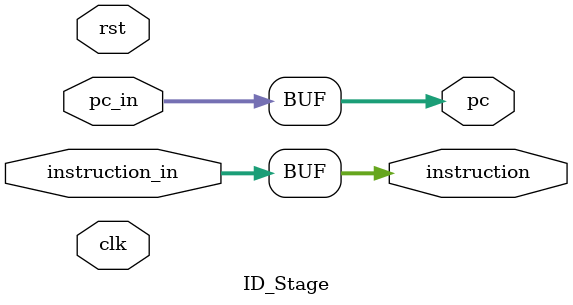
<source format=v>
module ID_Stage #(parameter BIT_NUMBER = 32) (
  input clk, rst,
  input [BIT_NUMBER-1:0] pc_in, instruction_in,
  output [BIT_NUMBER-1:0] pc, instruction
  );
  assign pc = pc_in;
  assign instruction = instruction_in;
endmodule

</source>
